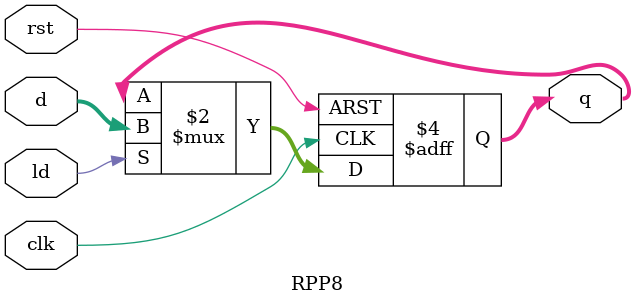
<source format=v>
`timescale 1ns / 1ps


module RPP8(
	input ld,
	input clk,
	input rst,
	input [7:0] d,
	output reg [7:0] q
	);
	
	always @ (posedge rst or posedge clk) begin
		if(rst) begin
			q <= 8'b0;
		end
		else if(ld) begin
			q <= d;
		end
	end
endmodule
</source>
